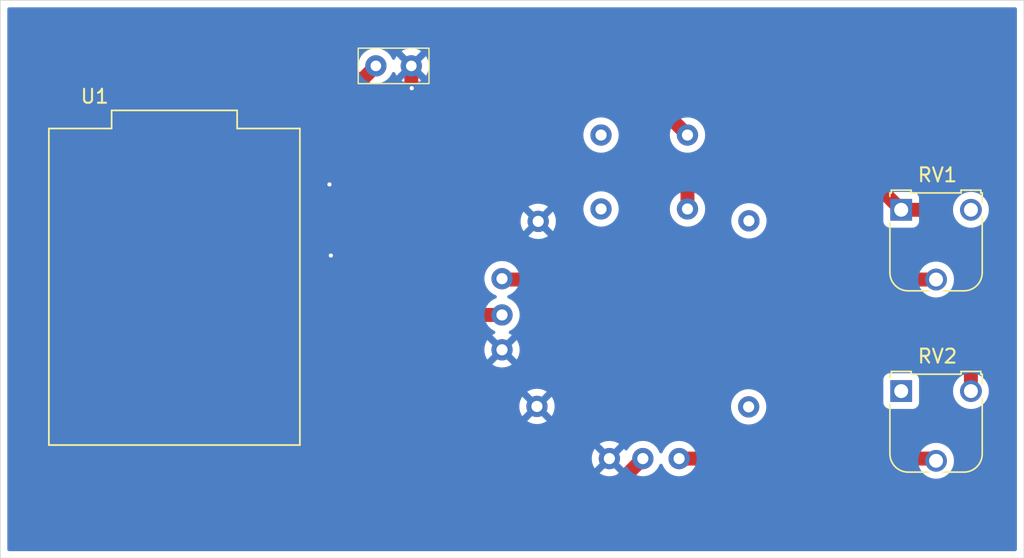
<source format=kicad_pcb>
(kicad_pcb (version 20240108) (generator "pcbnew") (generator_version "8.0")
  (layers (0 "F.Cu" signal) (31 "B.Cu" signal) (34 "B.Paste" user) (35 "F.Paste" user) (36 "B.SilkS" user "B.Silkscreen") (37 "F.SilkS" user "F.Silkscreen") (38 "B.Mask" user) (39 "F.Mask" user) (44 "Edge.Cuts" user))
  (net 0 "")
  (net 9 "/H")
  (net 14 "/V")
  (net 16 "3V3")
  (net 17 "5V")
  (net 18 "GND")
  (net 19 "/V+")
  (net 20 "/H+")
  (net 21 "/B2")
  (footprint "Potentiometer_THT:Potentiometer_Runtron_RM-065_Vertical" (layer "F.Cu") (at 114.6 78.02)
    (property "Reference" "RV2" (at 2.6 -2.5 0) (layer "F.SilkS"))
    (property "Value" "Trim")
    (fp_line (start -0.81 -1.21) (end -0.81 -0.96) (stroke (width 0.12)) (layer "F.SilkS"))
    (fp_line (start -0.81 4.5) (end -0.81 0.96) (stroke (width 0.12)) (layer "F.SilkS"))
    (fp_line (start -0.71 -1.41) (end -0.71 -1.21) (stroke (width 0.12)) (layer "F.SilkS"))
    (fp_line (start -0.71 -1.41) (end 0.71 -1.41) (stroke (width 0.12)) (layer "F.SilkS"))
    (fp_line (start -0.71 -1.21) (end -0.81 -1.21) (stroke (width 0.12)) (layer "F.SilkS"))
    (fp_line (start 0.71 -1.21) (end 0.71 -1.41) (stroke (width 0.12)) (layer "F.SilkS"))
    (fp_line (start 0.71 -1.21) (end 4.29 -1.21) (stroke (width 0.12)) (layer "F.SilkS"))
    (fp_line (start 1.99 5.81) (end 0.5 5.81) (stroke (width 0.12)) (layer "F.SilkS"))
    (fp_line (start 4.29 -1.41) (end 5.71 -1.41) (stroke (width 0.12)) (layer "F.SilkS"))
    (fp_line (start 4.29 -1.21) (end 4.29 -1.41) (stroke (width 0.12)) (layer "F.SilkS"))
    (fp_line (start 4.5 5.81) (end 3.01 5.81) (stroke (width 0.12)) (layer "F.SilkS"))
    (fp_line (start 5.71 -1.41) (end 5.71 -1.21) (stroke (width 0.12)) (layer "F.SilkS"))
    (fp_line (start 5.71 -1.21) (end 5.81 -1.21) (stroke (width 0.12)) (layer "F.SilkS"))
    (fp_line (start 5.81 -1.21) (end 5.81 -0.52) (stroke (width 0.12)) (layer "F.SilkS"))
    (fp_line (start 5.81 0.52) (end 5.81 4.5) (stroke (width 0.12)) (layer "F.SilkS"))
    (fp_arc (start 0.5 5.81) (mid -0.42631 5.42631) (end -0.81 4.5) (stroke (width 0.12)) (layer "F.SilkS"))
    (fp_arc (start 5.81 4.5) (mid 5.42631 5.42631) (end 4.5 5.81) (stroke (width 0.12)) (layer "F.SilkS"))
    (pad "1" thru_hole rect (at 0 0) (size 1.56 1.56) (drill 1) (layers "*.Cu" "*.Mask"))
    (pad "2" thru_hole circle (at 2.5 5) (size 1.56 1.56) (drill 1) (layers "*.Cu" "*.Mask") (net 20 "/H+"))
    (pad "3" thru_hole circle (at 5 0) (size 1.56 1.56) (drill 1) (layers "*.Cu" "*.Mask") (net 16 "3V3"))
  )
  (footprint "Potentiometer_THT:Potentiometer_Runtron_RM-065_Vertical" (layer "F.Cu") (at 114.6 65.02)
    (property "Reference" "RV1" (at 2.6 -2.5 0) (layer "F.SilkS"))
    (property "Value" "Trim")
    (fp_line (start -0.81 -1.21) (end -0.81 -0.96) (stroke (width 0.12)) (layer "F.SilkS"))
    (fp_line (start -0.81 4.5) (end -0.81 0.96) (stroke (width 0.12)) (layer "F.SilkS"))
    (fp_line (start -0.71 -1.41) (end -0.71 -1.21) (stroke (width 0.12)) (layer "F.SilkS"))
    (fp_line (start -0.71 -1.41) (end 0.71 -1.41) (stroke (width 0.12)) (layer "F.SilkS"))
    (fp_line (start -0.71 -1.21) (end -0.81 -1.21) (stroke (width 0.12)) (layer "F.SilkS"))
    (fp_line (start 0.71 -1.21) (end 0.71 -1.41) (stroke (width 0.12)) (layer "F.SilkS"))
    (fp_line (start 0.71 -1.21) (end 4.29 -1.21) (stroke (width 0.12)) (layer "F.SilkS"))
    (fp_line (start 1.99 5.81) (end 0.5 5.81) (stroke (width 0.12)) (layer "F.SilkS"))
    (fp_line (start 4.29 -1.41) (end 5.71 -1.41) (stroke (width 0.12)) (layer "F.SilkS"))
    (fp_line (start 4.29 -1.21) (end 4.29 -1.41) (stroke (width 0.12)) (layer "F.SilkS"))
    (fp_line (start 4.5 5.81) (end 3.01 5.81) (stroke (width 0.12)) (layer "F.SilkS"))
    (fp_line (start 5.71 -1.41) (end 5.71 -1.21) (stroke (width 0.12)) (layer "F.SilkS"))
    (fp_line (start 5.71 -1.21) (end 5.81 -1.21) (stroke (width 0.12)) (layer "F.SilkS"))
    (fp_line (start 5.81 -1.21) (end 5.81 -0.52) (stroke (width 0.12)) (layer "F.SilkS"))
    (fp_line (start 5.81 0.52) (end 5.81 4.5) (stroke (width 0.12)) (layer "F.SilkS"))
    (fp_arc (start 0.5 5.81) (mid -0.42631 5.42631) (end -0.81 4.5) (stroke (width 0.12)) (layer "F.SilkS"))
    (fp_arc (start 5.81 4.5) (mid 5.42631 5.42631) (end 4.5 5.81) (stroke (width 0.12)) (layer "F.SilkS"))
    (pad "1" thru_hole rect (at 0 0) (size 1.56 1.56) (drill 1) (layers "*.Cu" "*.Mask") (net 16 "3V3"))
    (pad "2" thru_hole circle (at 2.5 5) (size 1.56 1.56) (drill 1) (layers "*.Cu" "*.Mask") (net 19 "/V+"))
    (pad "3" thru_hole circle (at 5 0) (size 1.56 1.56) (drill 1) (layers "*.Cu" "*.Mask"))
  )
  (footprint "Anumby:Joystick" (layer "F.Cu") (at 96.1 71.26)
    (property "Reference" "R1" (hide yes))
    (property "Value" "~" (hide yes))
    (pad "1" thru_hole circle (at -10.125 -1.3) (size 1.524 1.524) (drill 0.8) (layers "*.Cu" "*.Mask") (net 19 "/V+"))
    (pad "2" thru_hole circle (at -10.125 1.3) (size 1.524 1.524) (drill 0.8) (layers "*.Cu" "*.Mask") (net 14 "/V"))
    (pad "3" thru_hole circle (at -10.125 3.8) (size 1.524 1.524) (drill 0.8) (layers "*.Cu" "*.Mask") (net 18 "GND"))
    (pad "4" thru_hole circle (at -2.425 11.6) (size 1.524 1.524) (drill 0.8) (layers "*.Cu" "*.Mask") (net 18 "GND"))
    (pad "5" thru_hole circle (at -0.025 11.6) (size 1.524 1.524) (drill 0.8) (layers "*.Cu" "*.Mask") (net 9 "/H"))
    (pad "6" thru_hole circle (at 2.575 11.6) (size 1.524 1.524) (drill 0.8) (layers "*.Cu" "*.Mask") (net 20 "/H+"))
    (pad "7" thru_hole circle (at -3.025 -6.3) (size 1.524 1.524) (drill 0.8) (layers "*.Cu" "*.Mask"))
    (pad "8" thru_hole circle (at 3.175 -6.3) (size 1.524 1.524) (drill 0.8) (layers "*.Cu" "*.Mask") (net 16 "3V3"))
    (pad "9" thru_hole circle (at -3.025 -11.6) (size 1.524 1.524) (drill 0.8) (layers "*.Cu" "*.Mask"))
    (pad "10" thru_hole circle (at 3.175 -11.6) (size 1.524 1.524) (drill 0.8) (layers "*.Cu" "*.Mask") (net 21 "/B2"))
    (pad "11" thru_hole circle (at -7.53 -5.41) (size 1.524 1.524) (drill 0.8) (layers "*.Cu" "*.Mask") (net 18 "GND"))
    (pad "12" thru_hole circle (at 7.58 -5.45) (size 1.524 1.524) (drill 0.8) (layers "*.Cu" "*.Mask") (net 18 "GND"))
    (pad "13" thru_hole circle (at 7.56 7.89) (size 1.524 1.524) (drill 0.8) (layers "*.Cu" "*.Mask") (net 18 "GND"))
    (pad "14" thru_hole circle (at -7.62 7.86) (size 1.524 1.524) (drill 0.8) (layers "*.Cu" "*.Mask") (net 18 "GND"))
  )
  (footprint "Anumby:CONN-2-PINS" (layer "F.Cu") (at 78.2 54.7)
    (property "Reference" "J1" (hide yes))
    (property "Value" "Conn_01x02_Socket")
    (fp_rect (start -2.54 -1.27) (end 2.54 1.27) (stroke (width 0.1)) (fill none) (layer "F.SilkS"))
    (pad "1" thru_hole circle (at -1.27 0) (size 1.524 1.524) (drill 0.762) (layers "*.Cu" "*.Mask") (net 17 "5V"))
    (pad "2" thru_hole circle (at 1.27 0) (size 1.524 1.524) (drill 0.762) (layers "*.Cu" "*.Mask") (net 18 "GND"))
  )
  (footprint "Anumby:ESP32-C3-SUPERMINI" (layer "F.Cu") (at 62.48 70.54)
    (property "Reference" "U1" (at -5.715 -13.6525 0) (layer "F.SilkS"))
    (property "Value" "ESP32-C3_SUPERMINI")
    (fp_line (start -9 11.35) (end -9 -11.35) (stroke (width 0.127)) (layer "F.SilkS"))
    (fp_line (start -4.5 -12.65) (end -4.5 -11.35) (stroke (width 0.127)) (layer "F.SilkS"))
    (fp_line (start -4.5 -11.35) (end -9 -11.35) (stroke (width 0.127)) (layer "F.SilkS"))
    (fp_line (start 4.5 -12.65) (end -4.5 -12.65) (stroke (width 0.127)) (layer "F.SilkS"))
    (fp_line (start 4.5 -12.65) (end 4.5 -11.35) (stroke (width 0.127)) (layer "F.SilkS"))
    (fp_line (start 9 -11.35) (end 4.5 -11.35) (stroke (width 0.127)) (layer "F.SilkS"))
    (fp_line (start 9 11.35) (end -9 11.35) (stroke (width 0.127)) (layer "F.SilkS"))
    (fp_line (start 9 11.35) (end 9 -11.35) (stroke (width 0.127)) (layer "F.SilkS"))
    (pad "0" smd rect (at 7.62 7.88) (size 6 1.905) (layers "F.Cu" "F.Paste" "F.Mask") (net 9 "/H"))
    (pad "1" smd rect (at 7.62 5.34) (size 6 1.905) (layers "F.Cu" "F.Paste" "F.Mask") (net 14 "/V"))
    (pad "2" smd rect (at 7.62 2.8) (size 6 1.905) (layers "F.Cu" "F.Paste" "F.Mask") (net 21 "/B2"))
    (pad "3" smd rect (at 7.62 0.26) (size 6 1.905) (layers "F.Cu" "F.Paste" "F.Mask"))
    (pad "3.3" smd rect (at 7.62 -4.82) (size 6 1.905) (layers "F.Cu" "F.Paste" "F.Mask") (net 16 "3V3"))
    (pad "4" smd rect (at 7.62 -2.28) (size 6 1.905) (layers "F.Cu" "F.Paste" "F.Mask") (net 18 "GND"))
    (pad "5" smd rect (at -7.62 -9.9) (size 6 1.905) (layers "F.Cu" "F.Paste" "F.Mask"))
    (pad "5V" smd rect (at 7.62 -9.9) (size 6 1.905) (layers "F.Cu" "F.Paste" "F.Mask") (net 17 "5V"))
    (pad "6" smd rect (at -7.62 -7.36) (size 6 1.905) (layers "F.Cu" "F.Paste" "F.Mask"))
    (pad "7" smd rect (at -7.62 -4.82) (size 6 1.905) (layers "F.Cu" "F.Paste" "F.Mask"))
    (pad "8" smd rect (at -7.62 -2.28) (size 6 1.905) (layers "F.Cu" "F.Paste" "F.Mask"))
    (pad "9" smd rect (at -7.62 0.26) (size 6 1.905) (layers "F.Cu" "F.Paste" "F.Mask"))
    (pad "10" smd rect (at -7.62 2.8) (size 6 1.905) (layers "F.Cu" "F.Paste" "F.Mask"))
    (pad "20" smd rect (at -7.62 5.34) (size 6 1.905) (layers "F.Cu" "F.Paste" "F.Mask"))
    (pad "21" smd rect (at -7.62 7.88) (size 6 1.905) (layers "F.Cu" "F.Paste" "F.Mask"))
    (pad "G" smd rect (at 7.62 -7.36) (size 6 1.905) (layers "F.Cu" "F.Paste" "F.Mask") (net 18 "GND"))
  )
  (gr_rect (start 50 50) (end 123.4 90) (stroke (width 0.05)) (fill none) (layer "Edge.Cuts"))
  (segment (start 82.26 78.42) (end 70.1 78.42) (width 1) (layer "F.Cu") (net 9))
  (segment (start 93.875 85.06) (end 89.3 85.06) (width 1) (layer "F.Cu") (net 9))
  (segment (start 89.3 85.06) (end 82.7 78.46) (width 1) (layer "F.Cu") (net 9))
  (segment (start 96.075 82.86) (end 93.875 85.06) (width 1) (layer "F.Cu") (net 9))
  (segment (start 82.7 78.46) (end 82.3 78.46) (width 1) (layer "F.Cu") (net 9))
  (segment (start 82.3 78.46) (end 82.26 78.42) (width 1) (layer "F.Cu") (net 9))
  (segment (start 74.1 75.88) (end 77.42 72.56) (width 1) (layer "F.Cu") (net 14))
  (segment (start 70.1 75.88) (end 74.1 75.88) (width 1) (layer "F.Cu") (net 14))
  (segment (start 77.42 72.56) (end 85.975 72.56) (width 1) (layer "F.Cu") (net 14))
  (segment (start 99.275 64.96) (end 99.275 62.635) (width 1) (layer "F.Cu") (net 16))
  (segment (start 119.6 68.56) (end 119.6 78.02) (width 1) (layer "F.Cu") (net 16))
  (segment (start 81.5 65.46) (end 81.5 62.36) (width 1) (layer "F.Cu") (net 16))
  (segment (start 114.6 65.02) (end 116.06 65.02) (width 1) (layer "F.Cu") (net 16))
  (segment (start 70.1 65.72) (end 81.24 65.72) (width 1) (layer "F.Cu") (net 16))
  (segment (start 99 62.36) (end 111.94 62.36) (width 1) (layer "F.Cu") (net 16))
  (segment (start 81.5 62.36) (end 99 62.36) (width 1) (layer "F.Cu") (net 16))
  (segment (start 81.24 65.72) (end 81.5 65.46) (width 1) (layer "F.Cu") (net 16))
  (segment (start 116.06 65.02) (end 119.6 68.56) (width 1) (layer "F.Cu") (net 16))
  (segment (start 99.275 62.635) (end 99 62.36) (width 1) (layer "F.Cu") (net 16))
  (segment (start 111.94 62.36) (end 114.6 65.02) (width 1) (layer "F.Cu") (net 16))
  (segment (start 70.1 60.64) (end 70.99 60.64) (width 1) (layer "F.Cu") (net 17))
  (segment (start 70.99 60.64) (end 76.93 54.7) (width 1) (layer "F.Cu") (net 17))
  (segment (start 79.47 56.27) (end 79.5 56.3) (width 1) (layer "F.Cu") (net 18))
  (segment (start 73.58 63.18) (end 73.6 63.2) (width 1) (layer "F.Cu") (net 18))
  (segment (start 70.1 63.18) (end 73.58 63.18) (width 1) (layer "F.Cu") (net 18))
  (segment (start 73.66 68.26) (end 73.7 68.3) (width 1) (layer "F.Cu") (net 18))
  (segment (start 70.1 68.26) (end 73.66 68.26) (width 1) (layer "F.Cu") (net 18))
  (segment (start 79.47 54.7) (end 79.47 56.27) (width 1) (layer "F.Cu") (net 18))
  (via (at 73.7 68.3) (size 0.6) (drill 0.3) (layers "F.Cu" "B.Cu") (net 18))
  (via (at 79.5 56.3) (size 0.6) (drill 0.3) (layers "F.Cu" "B.Cu") (net 18))
  (via (at 73.6 63.2) (size 0.6) (drill 0.3) (layers "F.Cu" "B.Cu") (net 18))
  (segment (start 117.1 70.02) (end 86.035 70.02) (width 1) (layer "F.Cu") (net 19))
  (segment (start 86.035 70.02) (end 85.975 69.96) (width 1) (layer "F.Cu") (net 19))
  (segment (start 116.94 82.86) (end 117.1 83.02) (width 1) (layer "F.Cu") (net 20))
  (segment (start 98.675 82.86) (end 116.94 82.86) (width 1) (layer "F.Cu") (net 20))
  (segment (start 66.1 73.34) (end 65.2 72.44) (width 1) (layer "F.Cu") (net 21))
  (segment (start 91.413 51.798) (end 99.275 59.66) (width 1) (layer "F.Cu") (net 21))
  (segment (start 73.5895 51.798) (end 91.413 51.798) (width 1) (layer "F.Cu") (net 21))
  (segment (start 70.1 73.34) (end 66.1 73.34) (width 1) (layer "F.Cu") (net 21))
  (segment (start 65.2 72.44) (end 65.2 60.1875) (width 1) (layer "F.Cu") (net 21))
  (segment (start 65.2 60.1875) (end 73.5895 51.798) (width 1) (layer "F.Cu") (net 21))
  (zone (net 18) (net_name "GND") (layer "B.Cu") (connect_pads (clearance 0.5)) (min_thickness 0.25) (fill yes (thermal_gap 0.5) (thermal_bridge_width 0.5))
    (polygon (pts (xy 50.5 50.5) (xy 123 50.5) (xy 123 89.5) (xy 50.5 89.5)))
  )
)
</source>
